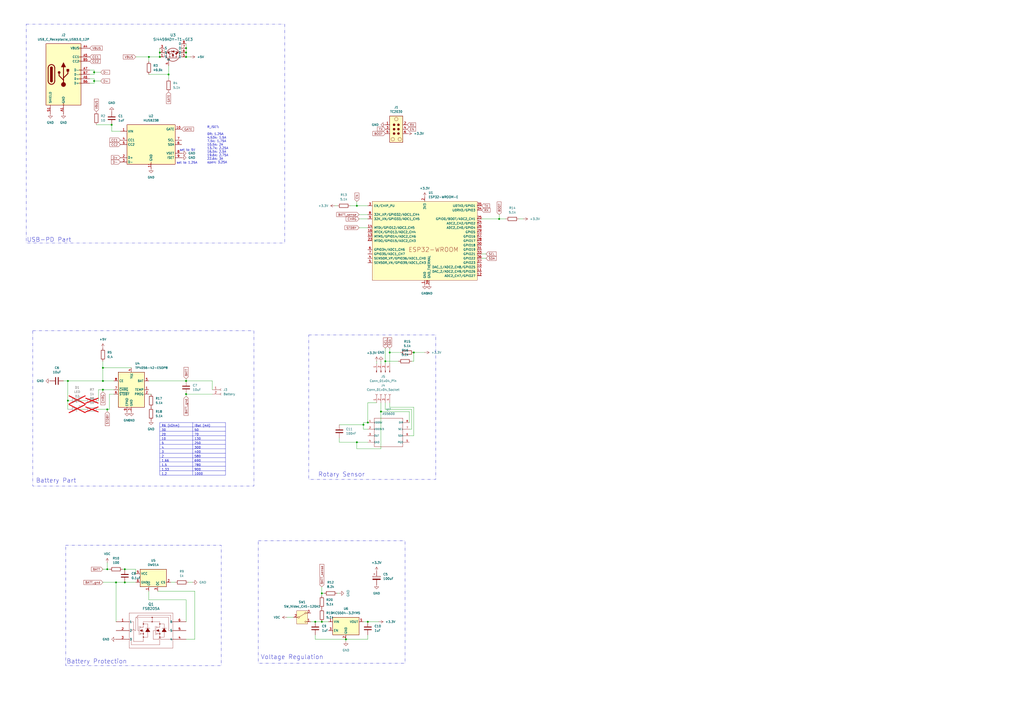
<source format=kicad_sch>
(kicad_sch (version 20250114) (generator "eeschema") (generator_version "9.0")
  (paper "A2")
  (lib_symbols
    (symbol "AS5600:AS5600" (pin_names (offset 1.016))
      (property "Reference" "U" (at -7.62 10.16 0))
      (property "Value" "AS5600" (at -7.62 8.89 0))
      (symbol "AS5600_0_0"
        (pin bidirectional line (at -11.43 6.35 0) (length 2.54) (name "VDD5V") (number "1"))
        (pin bidirectional line (at -11.43 2.54 0) (length 2.54) (name "VDD3V3") (number "2"))
        (pin bidirectional line (at -11.43 -1.27 0) (length 2.54) (name "OUT") (number "3"))
        (pin bidirectional line (at -11.43 -5.08 0) (length 2.54) (name "GND") (number "4"))
        (pin bidirectional line (at 12.7 6.35 180) (length 2.54) (name "DIR") (number "8"))
        (pin bidirectional line (at 12.7 2.54 180) (length 2.54) (name "SCL") (number "7"))
        (pin bidirectional line (at 12.7 -1.27 180) (length 2.54) (name "SDA") (number "6"))
        (pin bidirectional line (at 12.7 -5.08 180) (length 2.54) (name "PGO") (number "5"))
      )
    )
    (symbol "Battery_Management:DW01A"
      (property "Reference" "U" (at -6.604 6.35 0))
      (property "Value" "DW01A" (at 4.318 6.604 0))
      (symbol "DW01A_0_1"
        (pin power_in line (at -10.16 2.54 0) (length 2.54) (name "VCC") (number "5"))
        (pin power_in line (at -10.16 -2.54 0) (length 2.54) (name "GND") (number "6"))
        (pin output line (at -2.54 -7.62 90) (length 2.54) (name "OD") (number "1"))
        (pin output line (at 2.54 -7.62 90) (length 2.54) (name "OC") (number "3"))
        (pin input line (at 10.16 -2.54 180) (length 2.54) (name "CS") (number "2"))
      )
      (symbol "DW01A_1_1"
        (pin no_connect line (at 10.16 2.54 180) (length 2.54) (hide yes) (name "TD") (number "4"))
      )
    )
    (symbol "Battery_Management:TP4056-42-ESOP8"
      (property "Reference" "U" (at -6.604 11.684 0))
      (property "Value" "TP4056-42-ESOP8" (at 10.16 11.684 0))
      (symbol "TP4056-42-ESOP8_1_0"
        (pin input line (at -10.16 5.08 0) (length 2.54) (name "CE") (number "8"))
        (pin open_collector line (at -10.16 0 0) (length 2.54) (name "~{CHRG}") (number "7"))
        (pin open_collector line (at -10.16 -2.54 0) (length 2.54) (name "~{STDBY}") (number "6"))
        (pin passive line (at -2.54 -12.7 90) (length 2.54) (name "EPAD") (number "9"))
        (pin power_in line (at 0 12.7 270) (length 2.54) (name "V_{CC}") (number "4"))
        (pin power_in line (at 0 -12.7 90) (length 2.54) (name "GND") (number "3"))
        (pin power_out line (at 10.16 5.08 180) (length 2.54) (name "BAT") (number "5"))
        (pin input line (at 10.16 0 180) (length 2.54) (name "TEMP") (number "1"))
        (pin passive line (at 10.16 -2.54 180) (length 2.54) (name "PROG") (number "2"))
      )
    )
    (symbol "Connector:Conn_01x02_Socket" (pin_names (offset 1.016) (hide yes))
      (property "Reference" "J" (at 0 2.54 0))
      (property "Value" "Conn_01x02_Socket" (at 0 -5.08 0))
      (symbol "Conn_01x02_Socket_1_1"
        (pin passive line (at -5.08 0 0) (length 3.81) (name "Pin_1") (number "1"))
        (pin passive line (at -5.08 -2.54 0) (length 3.81) (name "Pin_2") (number "2"))
      )
    )
    (symbol "Connector:Conn_01x04_Pin" (pin_names (offset 1.016) (hide yes))
      (property "Reference" "J" (at 0 5.08 0))
      (property "Value" "Conn_01x04_Pin" (at 0 -7.62 0))
      (symbol "Conn_01x04_Pin_1_1"
        (pin passive line (at 5.08 2.54 180) (length 3.81) (name "Pin_1") (number "1"))
        (pin passive line (at 5.08 0 180) (length 3.81) (name "Pin_2") (number "2"))
        (pin passive line (at 5.08 -2.54 180) (length 3.81) (name "Pin_3") (number "3"))
        (pin passive line (at 5.08 -5.08 180) (length 3.81) (name "Pin_4") (number "4"))
      )
    )
    (symbol "Connector:Conn_01x04_Socket" (pin_names (offset 1.016) (hide yes))
      (property "Reference" "J" (at 0 5.08 0))
      (property "Value" "Conn_01x04_Socket" (at 0 -7.62 0))
      (symbol "Conn_01x04_Socket_1_1"
        (pin passive line (at -5.08 2.54 0) (length 3.81) (name "Pin_1") (number "1"))
        (pin passive line (at -5.08 0 0) (length 3.81) (name "Pin_2") (number "2"))
        (pin passive line (at -5.08 -2.54 0) (length 3.81) (name "Pin_3") (number "3"))
        (pin passive line (at -5.08 -5.08 0) (length 3.81) (name "Pin_4") (number "4"))
      )
    )
    (symbol "Connector:TC2030" (in_bom no)
      (property "Reference" "J" (at 1.27 8.89 0))
      (property "Value" "TC2030" (at 1.27 -8.89 0))
      (symbol "TC2030_1_1"
        (pin passive line (at -5.08 2.54 0) (length 2.54) (name "~") (number "1"))
        (pin passive line (at -5.08 0 0) (length 2.54) (name "~") (number "3"))
        (pin passive line (at -5.08 -2.54 0) (length 2.54) (name "~") (number "5"))
        (pin passive line (at 7.62 2.54 180) (length 2.54) (name "~") (number "2"))
        (pin passive line (at 7.62 0 180) (length 2.54) (name "~") (number "4"))
        (pin passive line (at 7.62 -2.54 180) (length 2.54) (name "~") (number "6"))
      )
    )
    (symbol "Connector:USB_C_Receptacle_USB2.0_14P" (pin_names (offset 1.016))
      (property "Reference" "J" (at 0 22.225 0))
      (property "Value" "USB_C_Receptacle_USB2.0_14P" (at 0 19.685 0))
      (symbol "USB_C_Receptacle_USB2.0_14P_1_1"
        (pin passive line (at -7.62 -22.86 90) (length 5.08) (name "SHIELD") (number "S1"))
        (pin passive line (at 0 -22.86 90) (length 5.08) (name "GND") (number "A1"))
        (pin passive line (at 0 -22.86 90) (length 5.08) (hide yes) (name "GND") (number "A12"))
        (pin passive line (at 0 -22.86 90) (length 5.08) (hide yes) (name "GND") (number "B1"))
        (pin passive line (at 0 -22.86 90) (length 5.08) (hide yes) (name "GND") (number "B12"))
        (pin passive line (at 15.24 15.24 180) (length 5.08) (name "VBUS") (number "A4"))
        (pin passive line (at 15.24 15.24 180) (length 5.08) (hide yes) (name "VBUS") (number "A9"))
        (pin passive line (at 15.24 15.24 180) (length 5.08) (hide yes) (name "VBUS") (number "B4"))
        (pin passive line (at 15.24 15.24 180) (length 5.08) (hide yes) (name "VBUS") (number "B9"))
        (pin bidirectional line (at 15.24 10.16 180) (length 5.08) (name "CC1") (number "A5"))
        (pin bidirectional line (at 15.24 7.62 180) (length 5.08) (name "CC2") (number "B5"))
        (pin bidirectional line (at 15.24 2.54 180) (length 5.08) (name "D-") (number "A7"))
        (pin bidirectional line (at 15.24 0 180) (length 5.08) (name "D-") (number "B7"))
        (pin bidirectional line (at 15.24 -2.54 180) (length 5.08) (name "D+") (number "A6"))
        (pin bidirectional line (at 15.24 -5.08 180) (length 5.08) (name "D+") (number "B6"))
      )
    )
    (symbol "Device:C" (pin_numbers (hide yes)) (pin_names (offset 0.254))
      (property "Reference" "C" (at 0.635 2.54 0))
      (property "Value" "C" (at 0.635 -2.54 0))
      (symbol "C_1_1"
        (pin passive line (at 0 3.81 270) (length 2.794) (name "~") (number "1"))
        (pin passive line (at 0 -3.81 90) (length 2.794) (name "~") (number "2"))
      )
    )
    (symbol "Device:LED" (pin_numbers (hide yes)) (pin_names (offset 1.016) (hide yes))
      (property "Reference" "D" (at 0 2.54 0))
      (property "Value" "LED" (at 0 -2.54 0))
      (symbol "LED_1_1"
        (pin passive line (at -3.81 0 0) (length 2.54) (name "K") (number "1"))
        (pin passive line (at 3.81 0 180) (length 2.54) (name "A") (number "2"))
      )
    )
    (symbol "Device:R" (pin_numbers (hide yes)) (pin_names (offset 0))
      (property "Reference" "R" (at 2.032 0 90))
      (property "Value" "R" (at 0 0 90))
      (symbol "R_1_1"
        (pin passive line (at 0 3.81 270) (length 1.27) (name "~") (number "1"))
        (pin passive line (at 0 -3.81 90) (length 1.27) (name "~") (number "2"))
      )
    )
    (symbol "FS8205A:FS8205A" (pin_names (offset 0.254))
      (property "Reference" "Q" (at 20.32 10.16 0))
      (property "Value" "FS8205A" (at 20.32 7.62 0))
      (symbol "FS8205A_0_1"
        (pin unspecified line (at 0 0 0) (length 7.62) (name "1") (number "1"))
        (pin unspecified line (at 0 -5.08 0) (length 7.62) (name "2") (number "2"))
        (pin unspecified line (at 0 -10.16 0) (length 7.62) (name "3") (number "3"))
        (pin unspecified line (at 40.64 0 180) (length 7.62) (name "6") (number "6"))
        (pin unspecified line (at 40.64 -5.08 180) (length 7.62) (name "5") (number "5"))
        (pin unspecified line (at 40.64 -10.16 180) (length 7.62) (name "4") (number "4"))
      )
    )
    (symbol "HUSB238:FT200XD"
      (property "Reference" "U1" (at 4.7341 16.51 0))
      (property "Value" "HUSB238" (at 4.7341 13.97 0))
      (symbol "FT200XD_1_1"
        (pin power_in line (at -17.78 7.62 0) (length 3.81) (name "VIN") (number "1"))
        (pin bidirectional line (at -17.78 2.54 0) (length 3.81) (name "CC1") (number "4"))
        (pin bidirectional line (at -17.78 0 0) (length 3.81) (name "CC2") (number "5"))
        (pin bidirectional line (at -17.78 -7.62 0) (length 3.81) (name "D+") (number "2"))
        (pin bidirectional line (at -17.78 -10.16 0) (length 3.81) (name "D-") (number "3"))
        (pin power_in line (at 0 -13.97 90) (length 3.81) (name "GND") (number "11"))
        (pin output line (at 17.78 8.89 180) (length 3.81) (name "GATE") (number "10"))
        (pin bidirectional line (at 17.78 2.54 180) (length 3.81) (name "SCL") (number "7"))
        (pin bidirectional line (at 17.78 0 180) (length 3.81) (name "SDA") (number "6"))
        (pin input line (at 17.78 -5.08 180) (length 3.81) (name "VSET") (number "8"))
        (pin input line (at 17.78 -7.62 180) (length 3.81) (name "ISET") (number "9"))
      )
    )
    (symbol "PCM_Capacitor_AKL:CP_Axial_L10.0mm_D4.5mm_P15.00mm" (pin_numbers (hide yes)) (pin_names (offset 0.254))
      (property "Reference" "C" (at 0.635 2.54 0))
      (property "Value" "CP_Axial_L10.0mm_D4.5mm_P15.00mm" (at 0.635 -2.54 0))
      (symbol "CP_Axial_L10.0mm_D4.5mm_P15.00mm_1_1"
        (pin passive line (at 0 3.81 270) (length 2.794) (name "~") (number "1"))
        (pin passive line (at 0 -3.81 90) (length 2.794) (name "~") (number "2"))
      )
      (symbol "CP_Axial_L10.0mm_D4.5mm_P15.00mm_1_2"
        (pin passive line (at -2.54 -2.54 90) (length 0) (name "~") (number "2"))
        (pin passive line (at 2.54 2.54 270) (length 0) (name "~") (number "1"))
      )
    )
    (symbol "PCM_Espressif:ESP32-WROOM-E" (pin_names (offset 1.016))
      (property "Reference" "U" (at -30.48 27.94 0))
      (property "Value" "ESP32-WROOM-E" (at -30.48 25.4 0))
      (symbol "ESP32-WROOM-E_1_1"
        (text "ESP32-­WROOM­" (at 5.08 -5.08 0) (effects (font (size 2.54 2.54))))
        (pin input line (at -33.02 20.32 0) (length 2.54) (name "EN/CHIP_PU") (number "3"))
        (pin bidirectional line (at -33.02 15.24 0) (length 2.54) (name "32K_XP/GPIO32/ADC1_CH4") (number "8"))
        (pin bidirectional line (at -33.02 12.7 0) (length 2.54) (name "32K_XN/GPIO33/ADC1_CH5") (number "9"))
        (pin bidirectional line (at -33.02 7.62 0) (length 2.54) (name "MTDI/GPIO12/ADC2_CH5") (number "14"))
        (pin bidirectional line (at -33.02 5.08 0) (length 2.54) (name "MTCK/GPIO13/ADC2_CH4") (number "16"))
        (pin bidirectional line (at -33.02 2.54 0) (length 2.54) (name "MTMS/GPIO14/ADC2_CH6") (number "13"))
        (pin bidirectional line (at -33.02 0 0) (length 2.54) (name "MTDO/GPIO15/ADC2_CH3") (number "23"))
        (pin input line (at -33.02 -5.08 0) (length 2.54) (name "GPIO34/ADC1_CH6") (number "6"))
        (pin input line (at -33.02 -7.62 0) (length 2.54) (name "GPIO35/ADC1_CH7") (number "7"))
        (pin input line (at -33.02 -10.16 0) (length 2.54) (name "SENSOR_VP/GPIO36/ADC1_CH0") (number "4"))
        (pin input line (at -33.02 -12.7 0) (length 2.54) (name "SENSOR_VN/GPIO39/ADC1_CH3") (number "5"))
        (pin power_in line (at 0 25.4 270) (length 2.54) (name "3V3") (number "2"))
        (pin power_in line (at 0 -25.4 90) (length 2.54) (name "GND") (number "1"))
        (pin passive line (at 0 -25.4 90) (length 2.54) (hide yes) (name "GND") (number "15"))
        (pin passive line (at 0 -25.4 90) (length 2.54) (hide yes) (name "GND") (number "38"))
        (pin power_in line (at 2.54 -25.4 90) (length 2.54) (name "GND_THERMAL") (number "39"))
        (pin bidirectional line (at 33.02 20.32 180) (length 2.54) (name "U0TXD/GPIO1") (number "35"))
        (pin bidirectional line (at 33.02 17.78 180) (length 2.54) (name "U0RXD/GPIO3") (number "34"))
        (pin bidirectional line (at 33.02 12.7 180) (length 2.54) (name "GPIO0/BOOT/ADC2_CH1") (number "25"))
        (pin bidirectional line (at 33.02 10.16 180) (length 2.54) (name "ADC2_CH2/GPIO2") (number "24"))
        (pin bidirectional line (at 33.02 7.62 180) (length 2.54) (name "ADC2_CH0/GPIO4") (number "26"))
        (pin bidirectional line (at 33.02 5.08 180) (length 2.54) (name "GPIO5") (number "29"))
        (pin bidirectional line (at 33.02 2.54 180) (length 2.54) (name "GPIO16") (number "27"))
        (pin bidirectional line (at 33.02 0 180) (length 2.54) (name "GPIO17") (number "28"))
        (pin bidirectional line (at 33.02 -2.54 180) (length 2.54) (name "GPIO18") (number "30"))
        (pin bidirectional line (at 33.02 -5.08 180) (length 2.54) (name "GPIO19") (number "31"))
        (pin bidirectional line (at 33.02 -7.62 180) (length 2.54) (name "GPIO21") (number "33"))
        (pin bidirectional line (at 33.02 -10.16 180) (length 2.54) (name "GPIO22") (number "36"))
        (pin bidirectional line (at 33.02 -12.7 180) (length 2.54) (name "GPIO23") (number "37"))
        (pin bidirectional line (at 33.02 -15.24 180) (length 2.54) (name "DAC_1/ADC2_CH8/GPIO25") (number "10"))
        (pin bidirectional line (at 33.02 -17.78 180) (length 2.54) (name "DAC_2/ADC2_CH9/GPIO26") (number "11"))
        (pin bidirectional line (at 33.02 -20.32 180) (length 2.54) (name "ADC2_CH7/GPIO27") (number "12"))
      )
    )
    (symbol "Regulator_Linear:MIC5504-3.3YM5"
      (property "Reference" "U" (at -7.62 8.89 0))
      (property "Value" "MIC5504-3.3YM5" (at -7.62 6.35 0))
      (symbol "MIC5504-3.3YM5_1_1"
        (pin power_in line (at -10.16 2.54 0) (length 2.54) (name "VIN") (number "1"))
        (pin input line (at -10.16 -2.54 0) (length 2.54) (name "EN") (number "3"))
        (pin power_in line (at 0 -7.62 90) (length 2.54) (name "GND") (number "2"))
        (pin no_connect line (at 7.62 -2.54 180) (length 2.54) (hide yes) (name "NC") (number "4"))
        (pin power_out line (at 10.16 2.54 180) (length 2.54) (name "VOUT") (number "5"))
      )
    )
    (symbol "SI4459ADY:SI4459ADY-T1-GE3" (pin_names (offset 0.254))
      (property "Reference" "U2" (at 17.78 -2.54 90))
      (property "Value" "SI4459ADY-T1-GE3" (at 15.24 -2.54 90))
      (symbol "SI4459ADY-T1-GE3_0_1"
        (pin input line (at 0 0 0) (length 2.54) (name "G") (number "4"))
        (pin unspecified line (at 5.08 5.08 270) (length 2.54) (name "S") (number "1"))
        (pin unspecified line (at 5.08 -10.16 90) (length 2.54) (name "D") (number "5"))
        (pin unspecified line (at 7.62 -10.16 90) (length 2.54) (name "D") (number "6"))
        (pin unspecified line (at 10.16 5.08 270) (length 2.54) (name "S") (number "3"))
        (pin unspecified line (at 10.16 -10.16 90) (length 2.54) (name "D") (number "7"))
        (pin unspecified line (at 12.7 -10.16 90) (length 2.54) (name "D") (number "8"))
      )
      (symbol "SI4459ADY-T1-GE3_1_1"
        (pin unspecified line (at 7.62 5.08 270) (length 2.54) (name "S") (number "2"))
      )
    )
    (symbol "Switch:SW_Nidec_CAS-120A1" (pin_names (offset 1) (hide yes))
      (property "Reference" "SW" (at 0 4.318 0))
      (property "Value" "SW_Nidec_CAS-120A1" (at 0 -5.08 0))
      (symbol "SW_Nidec_CAS-120A1_1_1"
        (pin passive line (at -5.08 0 0) (length 2.54) (name "B") (number "2"))
        (pin passive line (at 5.08 2.54 180) (length 2.54) (name "A") (number "3"))
        (pin passive line (at 5.08 -2.54 180) (length 2.54) (name "C") (number "1"))
      )
    )
    (symbol "power:+3.3V" (power) (pin_numbers (hide yes)) (pin_names (offset 0) (hide yes))
      (property "Value" "+3.3V" (at 0 3.556 0))
      (symbol "+3.3V_1_1"
        (pin power_in line (at 0 0 90) (length 0) (name "~") (number "1"))
      )
    )
    (symbol "power:+5V" (power) (pin_numbers (hide yes)) (pin_names (offset 0) (hide yes))
      (property "Value" "+5V" (at 0 3.556 0))
      (symbol "+5V_1_1"
        (pin power_in line (at 0 0 90) (length 0) (name "~") (number "1"))
      )
    )
    (symbol "power:GND" (power) (pin_numbers (hide yes)) (pin_names (offset 0) (hide yes))
      (property "Value" "GND" (at 0 -3.81 0))
      (symbol "GND_1_1"
        (pin power_in line (at 0 0 270) (length 0) (name "~") (number "1"))
      )
    )
    (symbol "power:VDC" (power) (pin_numbers (hide yes)) (pin_names (offset 0) (hide yes))
      (property "Value" "VDC" (at 0 3.556 0))
      (symbol "VDC_1_1"
        (pin power_in line (at 0 0 90) (length 0) (name "~") (number "1"))
      )
    )
  )
  (rectangle (start 38.1 316.23) (end 128.27 386.08) (stroke (width 0) (type dash_dot_dot)))
  (rectangle (start 15.24 13.97) (end 165.1 140.97) (stroke (width 0) (type dash_dot_dot)))
  (rectangle (start 179.07 194.31) (end 252.73 278.13) (stroke (width 0) (type dash_dot_dot)))
  (rectangle (start 149.86 313.69) (end 234.95 384.81) (stroke (width 0) (type dash_dot_dot)))
  (rectangle (start 19.05 191.77) (end 147.32 281.94) (stroke (width 0) (type dash_dot_dot)))
  (text "Rotary Sensor" (at 198.12 275.336 0) (effects (font (size 2.54 2.54))))
  (text "Voltage Regulation" (at 169.418 381.254 0) (effects (font (size 2.54 2.54))))
  (text "set to 1,25A" (at 108.458 94.488 0) (effects (font (size 1.27 1.27))))
  (text "R_ISET:\n\n0R: 1.25A\n4.53k: 1.5A\n7.5k: 1.75A\n10.5k: 2A\n13.7k: 2.25A\n16.5k: 2.5A\n19.6k: 2.75A\n22.6k: 3A\nopen: 3.25A" (at 120.142 84.074 0) (effects (font (size 1.27 1.27)) (justify left)))
  (text "set to 5V" (at 108.712 87.122 0) (effects (font (size 1.27 1.27))))
  (text "USB-PD Part" (at 28.448 139.192 0) (effects (font (size 2.54 2.54))))
  (text "Battery Part" (at 32.512 278.892 0) (effects (font (size 2.54 2.54))))
  (text "Battery Protection" (at 56.134 383.794 0) (effects (font (size 2.54 2.54))))
  (junction (at 223.52 209.55))
  (junction (at 59.69 226.06))
  (junction (at 107.95 30.48))
  (junction (at 59.69 220.98))
  (junction (at 62.23 237.49))
  (junction (at 92.71 33.02))
  (junction (at 107.95 27.94))
  (junction (at 213.36 360.68))
  (junction (at 59.69 213.36))
  (junction (at 182.88 360.68))
  (junction (at 39.37 232.41))
  (junction (at 62.23 330.2))
  (junction (at 213.36 245.11))
  (junction (at 107.95 33.02))
  (junction (at 72.39 330.2))
  (junction (at 72.39 337.82))
  (junction (at 54.61 41.91))
  (junction (at 186.69 360.68))
  (junction (at 240.03 204.47))
  (junction (at 289.56 127))
  (junction (at 207.01 119.38))
  (junction (at 220.98 238.76))
  (junction (at 86.36 33.02))
  (junction (at 210.82 246.38))
  (junction (at 207.01 256.54))
  (junction (at 107.95 220.98))
  (junction (at 107.95 228.6))
  (junction (at 39.37 220.98))
  (junction (at 92.71 30.48))
  (junction (at 186.69 344.17))
  (junction (at 226.06 204.47))
  (junction (at 97.79 43.18))
  (junction (at 67.31 337.82))
  (junction (at 54.61 46.99))
  (junction (at 200.66 370.84))
  (junction (at 64.77 72.39))
  (wire (pts (xy 213.36 368.3) (xy 213.36 370.84)))
  (wire (pts (xy 182.88 370.84) (xy 182.88 368.3)))
  (wire (pts (xy 107.95 33.02) (xy 110.49 33.02)))
  (wire (pts (xy 237.49 238.76) (xy 220.98 238.76)))
  (wire (pts (xy 186.69 360.68) (xy 190.5 360.68)))
  (wire (pts (xy 207.01 256.54) (xy 196.85 256.54)))
  (wire (pts (xy 200.66 370.84) (xy 213.36 370.84)))
  (wire (pts (xy 57.15 232.41) (xy 57.15 226.06)))
  (wire (pts (xy 59.69 213.36) (xy 59.69 220.98)))
  (wire (pts (xy 46.99 232.41) (xy 49.53 232.41)))
  (wire (pts (xy 240.03 209.55) (xy 238.76 209.55)))
  (wire (pts (xy 52.07 40.64) (xy 54.61 40.64)))
  (wire (pts (xy 207.01 256.54) (xy 207.01 260.35)))
  (wire (pts (xy 238.76 248.92) (xy 238.76 237.49)))
  (wire (pts (xy 210.82 248.92) (xy 213.36 248.92)))
  (wire (pts (xy 203.2 119.38) (xy 207.01 119.38)))
  (wire (pts (xy 107.95 229.87) (xy 107.95 228.6)))
  (wire (pts (xy 207.01 116.84) (xy 207.01 119.38)))
  (wire (pts (xy 187.96 344.17) (xy 186.69 344.17)))
  (wire (pts (xy 54.61 48.26) (xy 52.07 48.26)))
  (wire (pts (xy 54.61 43.18) (xy 52.07 43.18)))
  (wire (pts (xy 107.95 220.98) (xy 123.19 220.98)))
  (wire (pts (xy 113.03 342.9) (xy 91.44 342.9)))
  (wire (pts (xy 200.66 370.84) (xy 182.88 370.84)))
  (wire (pts (xy 87.63 228.6) (xy 86.36 228.6)))
  (wire (pts (xy 238.76 237.49) (xy 223.52 237.49)))
  (wire (pts (xy 213.36 360.68) (xy 210.82 360.68)))
  (wire (pts (xy 59.69 209.55) (xy 59.69 213.36)))
  (wire (pts (xy 63.5 237.49) (xy 62.23 237.49)))
  (wire (pts (xy 186.69 345.44) (xy 186.69 344.17)))
  (wire (pts (xy 107.95 30.48) (xy 107.95 33.02)))
  (wire (pts (xy 220.98 209.55) (xy 220.98 210.82)))
  (wire (pts (xy 39.37 220.98) (xy 59.69 220.98)))
  (wire (pts (xy 195.58 344.17) (xy 196.85 344.17)))
  (wire (pts (xy 97.79 43.18) (xy 97.79 45.72)))
  (wire (pts (xy 208.28 132.08) (xy 213.36 132.08)))
  (wire (pts (xy 55.88 72.39) (xy 64.77 72.39)))
  (wire (pts (xy 208.28 127) (xy 213.36 127)))
  (wire (pts (xy 71.12 330.2) (xy 72.39 330.2)))
  (wire (pts (xy 54.61 46.99) (xy 58.42 46.99)))
  (wire (pts (xy 208.28 124.46) (xy 213.36 124.46)))
  (wire (pts (xy 240.03 236.22) (xy 240.03 252.73)))
  (wire (pts (xy 220.98 260.35) (xy 220.98 238.76)))
  (wire (pts (xy 57.15 226.06) (xy 59.69 226.06)))
  (wire (pts (xy 220.98 238.76) (xy 220.98 233.68)))
  (wire (pts (xy 210.82 246.38) (xy 210.82 248.92)))
  (wire (pts (xy 59.69 213.36) (xy 76.2 213.36)))
  (wire (pts (xy 92.71 27.94) (xy 92.71 30.48)))
  (wire (pts (xy 223.52 237.49) (xy 223.52 233.68)))
  (wire (pts (xy 207.01 119.38) (xy 213.36 119.38)))
  (wire (pts (xy 92.71 30.48) (xy 92.71 33.02)))
  (wire (pts (xy 180.34 360.68) (xy 182.88 360.68)))
  (wire (pts (xy 281.94 147.32) (xy 279.4 147.32)))
  (wire (pts (xy 213.36 245.11) (xy 213.36 233.68)))
  (wire (pts (xy 194.31 119.38) (xy 195.58 119.38)))
  (wire (pts (xy 72.39 330.2) (xy 78.74 330.2)))
  (wire (pts (xy 46.99 237.49) (xy 49.53 237.49)))
  (wire (pts (xy 123.19 220.98) (xy 123.19 226.06)))
  (wire (pts (xy 54.61 46.99) (xy 54.61 48.26)))
  (wire (pts (xy 59.69 227.33) (xy 59.69 226.06)))
  (wire (pts (xy 54.61 41.91) (xy 58.42 41.91)))
  (wire (pts (xy 52.07 45.72) (xy 54.61 45.72)))
  (wire (pts (xy 237.49 245.11) (xy 237.49 238.76)))
  (wire (pts (xy 226.06 201.93) (xy 226.06 204.47)))
  (wire (pts (xy 86.36 33.02) (xy 92.71 33.02)))
  (wire (pts (xy 78.74 332.74) (xy 78.74 330.2)))
  (wire (pts (xy 107.95 370.84) (xy 113.03 370.84)))
  (wire (pts (xy 237.49 248.92) (xy 238.76 248.92)))
  (wire (pts (xy 186.69 340.36) (xy 186.69 344.17)))
  (wire (pts (xy 166.37 358.14) (xy 170.18 358.14)))
  (wire (pts (xy 246.38 204.47) (xy 240.03 204.47)))
  (wire (pts (xy 226.06 204.47) (xy 226.06 210.82)))
  (wire (pts (xy 54.61 41.91) (xy 54.61 43.18)))
  (wire (pts (xy 62.23 326.39) (xy 62.23 330.2)))
  (wire (pts (xy 226.06 236.22) (xy 226.06 233.68)))
  (wire (pts (xy 101.6 337.82) (xy 99.06 337.82)))
  (wire (pts (xy 59.69 220.98) (xy 66.04 220.98)))
  (wire (pts (xy 107.95 27.94) (xy 107.95 30.48)))
  (wire (pts (xy 86.36 43.18) (xy 97.79 43.18)))
  (wire (pts (xy 86.36 33.02) (xy 86.36 35.56)))
  (wire (pts (xy 86.36 347.98) (xy 86.36 342.9)))
  (wire (pts (xy 36.83 220.98) (xy 39.37 220.98)))
  (wire (pts (xy 200.66 372.11) (xy 200.66 370.84)))
  (wire (pts (xy 62.23 330.2) (xy 63.5 330.2)))
  (wire (pts (xy 113.03 370.84) (xy 113.03 342.9)))
  (wire (pts (xy 196.85 246.38) (xy 210.82 246.38)))
  (wire (pts (xy 78.74 33.02) (xy 86.36 33.02)))
  (wire (pts (xy 293.37 127) (xy 289.56 127)))
  (wire (pts (xy 303.53 127) (xy 300.99 127)))
  (wire (pts (xy 107.95 25.4) (xy 107.95 27.94)))
  (wire (pts (xy 62.23 237.49) (xy 57.15 237.49)))
  (wire (pts (xy 97.79 38.1) (xy 97.79 43.18)))
  (wire (pts (xy 289.56 124.46) (xy 289.56 127)))
  (wire (pts (xy 62.23 238.76) (xy 62.23 237.49)))
  (wire (pts (xy 86.36 220.98) (xy 107.95 220.98)))
  (wire (pts (xy 182.88 360.68) (xy 186.69 360.68)))
  (wire (pts (xy 72.39 337.82) (xy 78.74 337.82)))
  (wire (pts (xy 59.69 330.2) (xy 62.23 330.2)))
  (wire (pts (xy 219.71 360.68) (xy 213.36 360.68)))
  (wire (pts (xy 107.95 347.98) (xy 86.36 347.98)))
  (wire (pts (xy 107.95 219.71) (xy 107.95 220.98)))
  (wire (pts (xy 107.95 228.6) (xy 123.19 228.6)))
  (wire (pts (xy 213.36 256.54) (xy 207.01 256.54)))
  (wire (pts (xy 69.85 76.2) (xy 64.77 76.2)))
  (wire (pts (xy 63.5 228.6) (xy 63.5 237.49)))
  (wire (pts (xy 240.03 236.22) (xy 226.06 236.22)))
  (wire (pts (xy 66.04 228.6) (xy 63.5 228.6)))
  (wire (pts (xy 223.52 201.93) (xy 223.52 209.55)))
  (wire (pts (xy 111.76 337.82) (xy 109.22 337.82)))
  (wire (pts (xy 210.82 245.11) (xy 210.82 246.38)))
  (wire (pts (xy 39.37 232.41) (xy 39.37 237.49)))
  (wire (pts (xy 54.61 45.72) (xy 54.61 46.99)))
  (wire (pts (xy 281.94 149.86) (xy 279.4 149.86)))
  (wire (pts (xy 237.49 252.73) (xy 240.03 252.73)))
  (wire (pts (xy 210.82 245.11) (xy 213.36 245.11)))
  (wire (pts (xy 64.77 76.2) (xy 64.77 72.39)))
  (wire (pts (xy 107.95 360.68) (xy 107.95 347.98)))
  (wire (pts (xy 231.14 209.55) (xy 223.52 209.55)))
  (wire (pts (xy 240.03 204.47) (xy 240.03 209.55)))
  (wire (pts (xy 218.44 209.55) (xy 218.44 210.82)))
  (wire (pts (xy 67.31 360.68) (xy 67.31 337.82)))
  (wire (pts (xy 59.69 226.06) (xy 66.04 226.06)))
  (wire (pts (xy 213.36 233.68) (xy 218.44 233.68)))
  (wire (pts (xy 196.85 254) (xy 196.85 256.54)))
  (wire (pts (xy 54.61 40.64) (xy 54.61 41.91)))
  (wire (pts (xy 39.37 220.98) (xy 39.37 232.41)))
  (wire (pts (xy 207.01 260.35) (xy 220.98 260.35)))
  (wire (pts (xy 289.56 127) (xy 279.4 127)))
  (wire (pts (xy 223.52 209.55) (xy 223.52 210.82)))
  (wire (pts (xy 232.41 204.47) (xy 226.06 204.47)))
  (wire (pts (xy 72.39 337.82) (xy 67.31 337.82)))
  (wire (pts (xy 59.69 337.82) (xy 67.31 337.82)))
  (table (column_count 2) (border (external yes) (header yes)) (separators (rows yes) (cols yes)) (column_widths 19.05 19.05) (row_heights 2.54 2.54 2.54 2.54 2.54 2.54 2.54 2.54 2.54 2.54 2.54 2.54) (cells (table_cell "R6 (kOhm)" (at 92.71 245.11 0) (size 19.05 2.54) (margins 0.9525 0.9525 0.9525 0.9525) (span 1 1)) (table_cell "IBat (mA)" (at 111.76 245.11 0) (size 19.05 2.54) (margins 0.9525 0.9525 0.9525 0.9525) (span 1 1)) (table_cell "30" (at 92.71 247.65 0) (size 19.05 2.54) (margins 0.9525 0.9525 0.9525 0.9525) (span 1 1)) (table_cell "50" (at 111.76 247.65 0) (size 19.05 2.54) (margins 0.9525 0.9525 0.9525 0.9525) (span 1 1)) (table_cell "20" (at 92.71 250.19 0) (size 19.05 2.54) (margins 0.9525 0.9525 0.9525 0.9525) (span 1 1)) (table_cell "70" (at 111.76 250.19 0) (size 19.05 2.54) (margins 0.9525 0.9525 0.9525 0.9525) (span 1 1)) (table_cell "10" (at 92.71 252.73 0) (size 19.05 2.54) (margins 0.9525 0.9525 0.9525 0.9525) (span 1 1)) (table_cell "130" (at 111.76 252.73 0) (size 19.05 2.54) (margins 0.9525 0.9525 0.9525 0.9525) (span 1 1)) (table_cell "5" (at 92.71 255.27 0) (size 19.05 2.54) (margins 0.9525 0.9525 0.9525 0.9525) (span 1 1)) (table_cell "250" (at 111.76 255.27 0) (size 19.05 2.54) (margins 0.9525 0.9525 0.9525 0.9525) (span 1 1)) (table_cell "4" (at 92.71 257.81 0) (size 19.05 2.54) (margins 0.9525 0.9525 0.9525 0.9525) (span 1 1)) (table_cell "300" (at 111.76 257.81 0) (size 19.05 2.54) (margins 0.9525 0.9525 0.9525 0.9525) (span 1 1)) (table_cell "3" (at 92.71 260.35 0) (size 19.05 2.54) (margins 0.9525 0.9525 0.9525 0.9525) (span 1 1)) (table_cell "400" (at 111.76 260.35 0) (size 19.05 2.54) (margins 0.9525 0.9525 0.9525 0.9525) (span 1 1)) (table_cell "2" (at 92.71 262.89 0) (size 19.05 2.54) (margins 0.9525 0.9525 0.9525 0.9525) (span 1 1)) (table_cell "580" (at 111.76 262.89 0) (size 19.05 2.54) (margins 0.9525 0.9525 0.9525 0.9525) (span 1 1)) (table_cell "1,66" (at 92.71 265.43 0) (size 19.05 2.54) (margins 0.9525 0.9525 0.9525 0.9525) (span 1 1)) (table_cell "690" (at 111.76 265.43 0) (size 19.05 2.54) (margins 0.9525 0.9525 0.9525 0.9525) (span 1 1)) (table_cell "1,5" (at 92.71 267.97 0) (size 19.05 2.54) (margins 0.9525 0.9525 0.9525 0.9525) (span 1 1)) (table_cell "780" (at 111.76 267.97 0) (size 19.05 2.54) (margins 0.9525 0.9525 0.9525 0.9525) (span 1 1)) (table_cell "1,33" (at 92.71 270.51 0) (size 19.05 2.54) (margins 0.9525 0.9525 0.9525 0.9525) (span 1 1)) (table_cell "900" (at 111.76 270.51 0) (size 19.05 2.54) (margins 0.9525 0.9525 0.9525 0.9525) (span 1 1)) (table_cell "1,2" (at 92.71 273.05 0) (size 19.05 2.54) (margins 0.9525 0.9525 0.9525 0.9525) (span 1 1)) (table_cell "1000" (at 111.76 273.05 0) (size 19.05 2.54) (margins 0.9525 0.9525 0.9525 0.9525) (span 1 1))))
  (global_label "CC2" (shape input) (at 69.85 83.82 180) (property "Intersheetrefs" "${INTERSHEET_REFS}" (effects (hide yes))))
  (global_label "BATT_sense" (shape input) (at 208.28 124.46 180) (property "Intersheetrefs" "${INTERSHEET_REFS}" (effects (hide yes))))
  (global_label "TX" (shape input) (at 223.52 74.93 180) (property "Intersheetrefs" "${INTERSHEET_REFS}" (effects (hide yes))))
  (global_label "VBUS" (shape input) (at 52.07 27.94 0) (property "Intersheetrefs" "${INTERSHEET_REFS}" (effects (hide yes))))
  (global_label "SDA" (shape input) (at 226.06 201.93 90) (property "Intersheetrefs" "${INTERSHEET_REFS}" (effects (hide yes))))
  (global_label "SCL" (shape input) (at 223.52 201.93 90) (property "Intersheetrefs" "${INTERSHEET_REFS}" (effects (hide yes))))
  (global_label "D+" (shape input) (at 69.85 91.44 180) (property "Intersheetrefs" "${INTERSHEET_REFS}" (effects (hide yes))))
  (global_label "EN" (shape input) (at 207.01 116.84 90) (property "Intersheetrefs" "${INTERSHEET_REFS}" (effects (hide yes))))
  (global_label "BATT" (shape input) (at 59.69 330.2 180) (property "Intersheetrefs" "${INTERSHEET_REFS}" (effects (hide yes))))
  (global_label "BATT" (shape input) (at 107.95 219.71 90) (property "Intersheetrefs" "${INTERSHEET_REFS}" (effects (hide yes))))
  (global_label "STDBY" (shape input) (at 208.28 132.08 180) (property "Intersheetrefs" "${INTERSHEET_REFS}" (effects (hide yes))))
  (global_label "GATE" (shape input) (at 105.41 74.93 0) (property "Intersheetrefs" "${INTERSHEET_REFS}" (effects (hide yes))))
  (global_label "SDA" (shape input) (at 281.94 149.86 0) (property "Intersheetrefs" "${INTERSHEET_REFS}" (effects (hide yes))))
  (global_label "EN" (shape input) (at 236.22 74.93 0) (property "Intersheetrefs" "${INTERSHEET_REFS}" (effects (hide yes))))
  (global_label "BOOT" (shape input) (at 289.56 124.46 90) (property "Intersheetrefs" "${INTERSHEET_REFS}" (effects (hide yes))))
  (global_label "SCL" (shape input) (at 281.94 147.32 0) (property "Intersheetrefs" "${INTERSHEET_REFS}" (effects (hide yes))))
  (global_label "TX" (shape input) (at 279.4 119.38 0) (property "Intersheetrefs" "${INTERSHEET_REFS}" (effects (hide yes))))
  (global_label "BATT_gnd" (shape input) (at 59.69 337.82 180) (property "Intersheetrefs" "${INTERSHEET_REFS}" (effects (hide yes))))
  (global_label "VBUS" (shape input) (at 78.74 33.02 180) (property "Intersheetrefs" "${INTERSHEET_REFS}" (effects (hide yes))))
  (global_label "D-" (shape input) (at 69.85 93.98 180) (property "Intersheetrefs" "${INTERSHEET_REFS}" (effects (hide yes))))
  (global_label "BATT_sense" (shape input) (at 186.69 340.36 90) (property "Intersheetrefs" "${INTERSHEET_REFS}" (effects (hide yes))))
  (global_label "CHRG" (shape input) (at 59.69 227.33 270) (property "Intersheetrefs" "${INTERSHEET_REFS}" (effects (hide yes))))
  (global_label "BATT_gnd" (shape input) (at 107.95 229.87 270) (property "Intersheetrefs" "${INTERSHEET_REFS}" (effects (hide yes))))
  (global_label "GATE" (shape input) (at 97.79 53.34 270) (property "Intersheetrefs" "${INTERSHEET_REFS}" (effects (hide yes))))
  (global_label "RX" (shape input) (at 279.4 121.92 0) (property "Intersheetrefs" "${INTERSHEET_REFS}" (effects (hide yes))))
  (global_label "RX" (shape input) (at 236.22 72.39 0) (property "Intersheetrefs" "${INTERSHEET_REFS}" (effects (hide yes))))
  (global_label "CC1" (shape input) (at 69.85 81.28 180) (property "Intersheetrefs" "${INTERSHEET_REFS}" (effects (hide yes))))
  (global_label "STDBY" (shape input) (at 62.23 238.76 270) (property "Intersheetrefs" "${INTERSHEET_REFS}" (effects (hide yes))))
  (global_label "BOOT" (shape input) (at 223.52 77.47 180) (property "Intersheetrefs" "${INTERSHEET_REFS}" (effects (hide yes))))
  (global_label "CC1" (shape input) (at 52.07 33.02 0) (property "Intersheetrefs" "${INTERSHEET_REFS}" (effects (hide yes))))
  (global_label "D+" (shape input) (at 58.42 46.99 0) (property "Intersheetrefs" "${INTERSHEET_REFS}" (effects (hide yes))))
  (global_label "VBUS" (shape input) (at 55.88 64.77 90) (property "Intersheetrefs" "${INTERSHEET_REFS}" (effects (hide yes))))
  (global_label "D-" (shape input) (at 58.42 41.91 0) (property "Intersheetrefs" "${INTERSHEET_REFS}" (effects (hide yes))))
  (global_label "CHRG" (shape input) (at 208.28 127 180) (property "Intersheetrefs" "${INTERSHEET_REFS}" (effects (hide yes))))
  (global_label "CC2" (shape input) (at 52.07 35.56 0) (property "Intersheetrefs" "${INTERSHEET_REFS}" (effects (hide yes))))
  (symbol (lib_id "power:GND") (at 111.76 337.82 90) (unit 1)
    (property "Reference" "#PWR021" (effects (hide yes)))
    (property "Value" "GND" (at 115.57 337.8199 90) (effects (justify right)))
    (property "Description" "Power symbol creates a global label with name \"GND\" , ground" (effects (hide yes)))
  )
  (symbol (lib_id "Connector:TC2030") (at 228.6 74.93 0) (unit 1) (in_bom no)
    (property "Reference" "J1" (at 229.87 62.23 0))
    (property "Value" "TC2030" (at 229.87 64.77 0))
    (property "Footprint" "Connector:Tag-Connect_TC2030-IDC-NL_2x03_P1.27mm_Vertical" (effects (hide yes)))
    (property "Datasheet" "https://www.tag-connect.com/wp-content/uploads/bsk-pdf-manager/2019/12/TC2030-IDC-NL-Datasheet-Rev-B.pdf" (effects (hide yes)))
    (property "Description" "Tag-Connect’s 6-pins connector" (effects (hide yes)))
  )
  (symbol (lib_id "Connector:Conn_01x04_Socket") (at 220.98 228.6 90) (unit 1)
    (property "Reference" "J4" (at 222.25 223.52 90))
    (property "Value" "Conn_01x04_Socket" (at 222.25 226.06 90))
    (property "Footprint" "Connector_JST:JST_PH_S4B-PH-SM4-TB_1x04-1MP_P2.00mm_Horizontal" (effects (hide yes)))
    (property "Description" "Generic connector, single row, 01x04, script generated" (effects (hide yes)))
  )
  (symbol (lib_id "Device:R") (at 97.79 49.53 0) (unit 1)
    (property "Reference" "R4" (at 100.33 48.2599 0) (effects (justify left)))
    (property "Value" "5.1k" (at 100.33 50.7999 0) (effects (justify left)))
    (property "Footprint" "Resistor_SMD:R_0402_1005Metric" (effects (hide yes)))
    (property "Description" "Resistor" (effects (hide yes)))
    (property "LCSC" "C274341" (effects (hide yes)))
  )
  (symbol (lib_id "Device:R") (at 86.36 39.37 0) (unit 1)
    (property "Reference" "R3" (at 88.9 38.0999 0) (effects (justify left)))
    (property "Value" "49.9k" (at 88.9 40.6399 0) (effects (justify left)))
    (property "Footprint" "Resistor_SMD:R_0402_1005Metric" (effects (hide yes)))
    (property "Description" "Resistor" (effects (hide yes)))
    (property "LCSC" "C138136" (effects (hide yes)))
  )
  (symbol (lib_id "Device:C") (at 72.39 334.01 180) (unit 1)
    (property "Reference" "C8" (at 76.2 332.7399 0) (effects (justify right)))
    (property "Value" "0.1uF" (at 76.2 335.2799 0) (effects (justify right)))
    (property "Footprint" "Capacitor_SMD:C_0603_1608Metric" (effects (hide yes)))
    (property "Description" "Unpolarized capacitor" (effects (hide yes)))
    (property "LCSC" "C3011705" (effects (hide yes)))
  )
  (symbol (lib_id "Battery_Management:TP4056-42-ESOP8") (at 76.2 226.06 0) (unit 1)
    (property "Reference" "U4" (at 78.3433 210.82 0) (effects (justify left)))
    (property "Value" "TP4056-42-ESOP8" (at 78.3433 213.36 0) (effects (justify left)))
    (property "Footprint" "Package_SO:SOIC-8-1EP_3.9x4.9mm_P1.27mm_EP2.41x3.3mm_ThermalVias" (effects (hide yes)))
    (property "Datasheet" "https://www.lcsc.com/datasheet/lcsc_datasheet_2410121619_TOPPOWER-Nanjing-Extension-Microelectronics-TP4056-42-ESOP8_C16581.pdf" (effects (hide yes)))
    (property "Description" "1A Standalone Linear Li-ion/LiPo single-cell battery charger, 4.2V ±1% charge voltage, VCC = 4.0..8.0V, SOIC-8 (SOP-8)" (effects (hide yes)))
    (property "LCSC" "C16581" (effects (hide yes)))
  )
  (symbol (lib_id "power:+3.3V") (at 194.31 119.38 90) (unit 1)
    (property "Reference" "#PWR026" (effects (hide yes)))
    (property "Value" "+3.3V" (at 190.5 119.3799 90) (effects (justify left)))
    (property "Description" "Power symbol creates a global label with name \"+3.3V\"" (effects (hide yes)))
  )
  (symbol (lib_id "Device:R") (at 87.63 240.03 0) (unit 1)
    (property "Reference" "R18" (at 90.17 238.7599 0) (effects (justify left)))
    (property "Value" "5.1k" (at 90.17 241.2999 0) (effects (justify left)))
    (property "Footprint" "Resistor_SMD:R_0402_1005Metric" (effects (hide yes)))
    (property "Description" "Resistor" (effects (hide yes)))
    (property "LCSC" "C274341" (effects (hide yes)))
  )
  (symbol (lib_id "Device:R") (at 67.31 330.2 270) (unit 1)
    (property "Reference" "R10" (at 67.31 323.85 90))
    (property "Value" "100" (at 67.31 326.39 90))
    (property "Footprint" "Resistor_SMD:R_0402_1005Metric" (effects (hide yes)))
    (property "Description" "Resistor" (effects (hide yes)))
    (property "LCSC" "C106232" (effects (hide yes)))
  )
  (symbol (lib_id "power:GND") (at 200.66 372.11 0) (unit 1)
    (property "Reference" "#PWR022" (effects (hide yes)))
    (property "Value" "GND" (at 200.66 377.19 0))
    (property "Description" "Power symbol creates a global label with name \"GND\" , ground" (effects (hide yes)))
  )
  (symbol (lib_id "Device:R") (at 234.95 209.55 90) (unit 1)
    (property "Reference" "R16" (at 234.95 203.2 90))
    (property "Value" "5.1k" (at 234.95 205.74 90))
    (property "Footprint" "Resistor_SMD:R_0402_1005Metric" (effects (hide yes)))
    (property "Description" "Resistor" (effects (hide yes)))
    (property "LCSC" "C274341" (effects (hide yes)))
  )
  (symbol (lib_id "Connector:USB_C_Receptacle_USB2.0_14P") (at 36.83 43.18 0) (unit 1)
    (property "Reference" "J2" (at 36.83 20.32 0))
    (property "Value" "USB_C_Receptacle_USB3.0_12P" (at 36.83 22.86 0))
    (property "Footprint" "Connector_USB:USB_C_Receptacle_GCT_USB4110" (effects (hide yes)))
    (property "Datasheet" "https://www.usb.org/sites/default/files/documents/usb_type-c.zip" (effects (hide yes)))
    (property "Description" "USB 2.0-only 14P Type-C Receptacle connector" (effects (hide yes)))
    (property "LCSC" "C136423" (effects (hide yes)))
  )
  (symbol (lib_id "power:+3.3V") (at 303.53 127 270) (unit 1)
    (property "Reference" "#PWR027" (effects (hide yes)))
    (property "Value" "+3.3V" (at 307.34 126.9999 90) (effects (justify left)))
    (property "Description" "Power symbol creates a global label with name \"+3.3V\"" (effects (hide yes)))
  )
  (symbol (lib_id "power:GND") (at 87.63 243.84 0) (unit 1)
    (property "Reference" "#PWR019" (effects (hide yes)))
    (property "Value" "GND" (at 87.63 248.92 0))
    (property "Description" "Power symbol creates a global label with name \"GND\" , ground" (effects (hide yes)))
  )
  (symbol (lib_id "SI4459ADY:SI4459ADY-T1-GE3") (at 97.79 38.1 90) (unit 1)
    (property "Reference" "U3" (at 100.33 20.32 90) (effects (font (size 1.524 1.524))))
    (property "Value" "SI4459ADY-T1-GE3" (at 100.33 22.86 90) (effects (font (size 1.524 1.524))))
    (property "Footprint" "footprints:SO_ADY-T1-GE3_VIS" (effects (hide yes)))
    (property "Datasheet" "SI4459ADY-T1-GE3" (effects (hide yes)))
    (property "Description" "P-Channel MOSFET" (effects (hide yes)))
    (property "LCSC" "C143743" (effects (hide yes)))
  )
  (symbol (lib_id "power:GND") (at 29.21 66.04 0) (unit 1)
    (property "Reference" "#PWR06" (effects (hide yes)))
    (property "Value" "GND" (at 29.21 71.12 0))
    (property "Description" "Power symbol creates a global label with name \"GND\" , ground" (effects (hide yes)))
  )
  (symbol (lib_id "Device:LED") (at 43.18 232.41 180) (unit 1) (in_bom no) (on_board no) (dnp yes)
    (property "Reference" "D1" (at 44.7675 224.79 0))
    (property "Value" "LED" (at 44.7675 227.33 0))
    (property "Footprint" "LED_SMD:LED_0402_1005Metric" (effects (hide yes)))
    (property "Description" "Light emitting diode" (effects (hide yes)))
    (property "Sim.Pins" "1=K 2=A" (effects (hide yes)))
  )
  (symbol (lib_id "power:VDC") (at 62.23 326.39 0) (unit 1)
    (property "Reference" "#PWR018" (effects (hide yes)))
    (property "Value" "VDC" (at 62.23 321.31 0))
    (property "Description" "Power symbol creates a global label with name \"VDC\"" (effects (hide yes)))
  )
  (symbol (lib_id "power:+5V") (at 110.49 33.02 270) (unit 1)
    (property "Reference" "#PWR013" (effects (hide yes)))
    (property "Value" "+5V" (at 114.3 33.0199 90) (effects (justify left)))
    (property "Description" "Power symbol creates a global label with name \"+5V\"" (effects (hide yes)))
  )
  (symbol (lib_id "Device:R") (at 55.88 68.58 0) (unit 1)
    (property "Reference" "R2" (at 58.42 67.3099 0) (effects (justify left)))
    (property "Value" "10" (at 58.42 69.8499 0) (effects (justify left)))
    (property "Footprint" "Resistor_SMD:R_0402_1005Metric" (effects (hide yes)))
    (property "Description" "Resistor" (effects (hide yes)))
    (property "LCSC" "C25139" (effects (hide yes)))
  )
  (symbol (lib_id "PCM_Espressif:ESP32-WROOM-E") (at 246.38 139.7 0) (unit 1)
    (property "Reference" "U1" (at 248.5233 111.76 0) (effects (justify left)))
    (property "Value" "ESP32-WROOM-E" (at 248.5233 114.3 0) (effects (justify left)))
    (property "Footprint" "PCM_Espressif:ESP32-WROOM-32E" (effects (hide yes)))
    (property "Datasheet" "https://www.espressif.com/sites/default/files/documentation/esp32-wroom-32e_esp32-wroom-32ue_datasheet_en.pdf" (effects (hide yes)))
    (property "Description" "ESP32-WROOM-32E integrates ESP32-D0WD-V3, with higher stability and safety performance." (effects (hide yes)))
  )
  (symbol (lib_id "Device:C") (at 33.02 220.98 270) (unit 1)
    (property "Reference" "C6" (at 33.02 213.36 90))
    (property "Value" "10uF" (at 33.02 215.9 90))
    (property "Footprint" "Capacitor_SMD:C_0402_1005Metric" (effects (hide yes)))
    (property "Description" "Unpolarized capacitor" (effects (hide yes)))
    (property "LCSC" "C7472949" (effects (hide yes)))
  )
  (symbol (lib_id "Device:R") (at 191.77 344.17 270) (unit 1)
    (property "Reference" "R12" (at 191.77 337.82 90))
    (property "Value" "8.2k" (at 191.77 340.36 90))
    (property "Footprint" "Resistor_SMD:R_0402_1005Metric" (effects (hide yes)))
    (property "Description" "Resistor" (effects (hide yes)))
    (property "LCSC" "C137929" (effects (hide yes)))
  )
  (symbol (lib_id "power:GND") (at 29.21 220.98 270) (unit 1)
    (property "Reference" "#PWR017" (effects (hide yes)))
    (property "Value" "GND" (at 25.4 220.9799 90) (effects (justify right)))
    (property "Description" "Power symbol creates a global label with name \"GND\" , ground" (effects (hide yes)))
  )
  (symbol (lib_id "Device:R") (at 297.18 127 270) (unit 1)
    (property "Reference" "R14" (at 297.18 120.65 90))
    (property "Value" "5.1k" (at 297.18 123.19 90))
    (property "Footprint" "Resistor_SMD:R_0402_1005Metric" (effects (hide yes)))
    (property "Description" "Resistor" (effects (hide yes)))
    (property "LCSC" "C274341" (effects (hide yes)))
  )
  (symbol (lib_id "power:GND") (at 64.77 64.77 180) (unit 1)
    (property "Reference" "#PWR011" (effects (hide yes)))
    (property "Value" "GND" (at 64.77 59.69 0))
    (property "Description" "Power symbol creates a global label with name \"GND\" , ground" (effects (hide yes)))
  )
  (symbol (lib_id "power:+3.3V") (at 219.71 360.68 270) (unit 1)
    (property "Reference" "#PWR024" (effects (hide yes)))
    (property "Value" "+3.3V" (at 223.52 360.6799 90) (effects (justify left)))
    (property "Description" "Power symbol creates a global label with name \"+3.3V\"" (effects (hide yes)))
  )
  (symbol (lib_id "Device:R") (at 236.22 204.47 90) (unit 1)
    (property "Reference" "R15" (at 236.22 198.12 90))
    (property "Value" "5.1k" (at 236.22 200.66 90))
    (property "Footprint" "Resistor_SMD:R_0402_1005Metric" (effects (hide yes)))
    (property "Description" "Resistor" (effects (hide yes)))
    (property "LCSC" "C274341" (effects (hide yes)))
  )
  (symbol (lib_id "power:+3.3V") (at 246.38 114.3 0) (unit 1)
    (property "Reference" "#PWR03" (effects (hide yes)))
    (property "Value" "+3.3V" (at 246.38 109.22 0))
    (property "Description" "Power symbol creates a global label with name \"+3.3V\"" (effects (hide yes)))
  )
  (symbol (lib_id "Connector:Conn_01x02_Socket") (at 128.27 226.06 0) (unit 1)
    (property "Reference" "J3" (at 129.54 226.0599 0) (effects (justify left)))
    (property "Value" "Battery" (at 129.54 228.5999 0) (effects (justify left)))
    (property "Footprint" "Connector_JST:JST_PH_S2B-PH-K_1x02_P2.00mm_Horizontal" (effects (hide yes)))
    (property "Description" "Generic connector, single row, 01x02, script generated" (effects (hide yes)))
  )
  (symbol (lib_id "power:GND") (at 36.83 66.04 0) (unit 1)
    (property "Reference" "#PWR07" (effects (hide yes)))
    (property "Value" "GND" (at 36.83 71.12 0))
    (property "Description" "Power symbol creates a global label with name \"GND\" , ground" (effects (hide yes)))
  )
  (symbol (lib_id "power:GND") (at 218.44 339.09 0) (unit 1)
    (property "Reference" "#PWR032" (effects (hide yes)))
    (property "Value" "GND" (at 218.44 344.17 0))
    (property "Description" "Power symbol creates a global label with name \"GND\" , ground" (effects (hide yes)))
  )
  (symbol (lib_id "power:+3.3V") (at 218.44 209.55 0) (unit 1)
    (property "Reference" "#PWR029" (effects (hide yes)))
    (property "Value" "+3.3V" (at 215.646 204.724 0))
    (property "Description" "Power symbol creates a global label with name \"+3.3V\"" (effects (hide yes)))
  )
  (symbol (lib_id "power:+5V") (at 59.69 201.93 0) (unit 1)
    (property "Reference" "#PWR014" (effects (hide yes)))
    (property "Value" "+5V" (at 59.69 196.85 0))
    (property "Description" "Power symbol creates a global label with name \"+5V\"" (effects (hide yes)))
  )
  (symbol (lib_id "Device:C") (at 213.36 364.49 180) (unit 1)
    (property "Reference" "C10" (at 217.17 363.2199 0) (effects (justify right)))
    (property "Value" "1uF" (at 217.17 365.7599 0) (effects (justify right)))
    (property "Footprint" "Capacitor_SMD:C_0402_1005Metric" (effects (hide yes)))
    (property "Description" "Unpolarized capacitor" (effects (hide yes)))
    (property "LCSC" "C1518208" (effects (hide yes)))
  )
  (symbol (lib_id "Device:R") (at 105.41 337.82 90) (unit 1)
    (property "Reference" "R9" (at 105.41 331.47 90))
    (property "Value" "1k" (at 105.41 334.01 90))
    (property "Footprint" "Resistor_SMD:R_0402_1005Metric" (effects (hide yes)))
    (property "Description" "Resistor" (effects (hide yes)))
    (property "LCSC" "C11702" (effects (hide yes)))
  )
  (symbol (lib_id "power:GND") (at 223.52 72.39 270) (unit 1)
    (property "Reference" "#PWR01" (effects (hide yes)))
    (property "Value" "GND" (at 219.71 72.3899 90) (effects (justify right)))
    (property "Description" "Power symbol creates a global label with name \"GND\" , ground" (effects (hide yes)))
  )
  (symbol (lib_id "Switch:SW_Nidec_CAS-120A1") (at 175.26 358.14 0) (unit 1) (in_bom no)
    (property "Reference" "SW1" (at 175.26 349.25 0))
    (property "Value" "SW_Nidec_CAS-120A1" (at 175.26 351.79 0))
    (property "Footprint" "Button_Switch_SMD:Nidec_Copal_CAS-120A" (effects (hide yes)))
    (property "Datasheet" "https://www.nidec-components.com/e/catalog/switch/cas.pdf" (effects (hide yes)))
    (property "Description" "Switch, single pole double throw" (effects (hide yes)))
  )
  (symbol (lib_id "Device:LED") (at 43.18 237.49 180) (unit 1) (in_bom no) (on_board no) (dnp yes)
    (property "Reference" "D2" (at 44.7675 229.87 0))
    (property "Value" "LED" (at 44.7675 232.41 0))
    (property "Footprint" "LED_SMD:LED_0402_1005Metric" (effects (hide yes)))
    (property "Description" "Light emitting diode" (effects (hide yes)))
    (property "Sim.Pins" "1=K 2=A" (effects (hide yes)))
  )
  (symbol (lib_id "Device:R") (at 186.69 349.25 0) (unit 1)
    (property "Reference" "R20" (at 189.23 347.9799 0) (effects (justify left)))
    (property "Value" "5.1k" (at 189.23 350.5199 0) (effects (justify left)))
    (property "Footprint" "Resistor_SMD:R_0402_1005Metric" (effects (hide yes)))
    (property "Description" "Resistor" (effects (hide yes)))
    (property "LCSC" "C274341" (effects (hide yes)))
  )
  (symbol (lib_id "power:GND") (at 248.92 165.1 0) (unit 1)
    (property "Reference" "#PWR05" (effects (hide yes)))
    (property "Value" "GND" (at 248.92 170.18 0))
    (property "Description" "Power symbol creates a global label with name \"GND\" , ground" (effects (hide yes)))
  )
  (symbol (lib_id "Device:C") (at 196.85 250.19 180) (unit 1)
    (property "Reference" "C11" (at 200.66 248.9199 0) (effects (justify right)))
    (property "Value" "100nF" (at 200.66 251.4599 0) (effects (justify right)))
    (property "Footprint" "Capacitor_SMD:C_0603_1608Metric" (effects (hide yes)))
    (property "Description" "Unpolarized capacitor" (effects (hide yes)))
    (property "LCSC" "C30926" (effects (hide yes)))
  )
  (symbol (lib_id "power:GND") (at 73.66 238.76 0) (unit 1)
    (property "Reference" "#PWR016" (effects (hide yes)))
    (property "Value" "GND" (at 73.66 243.84 0))
    (property "Description" "Power symbol creates a global label with name \"GND\" , ground" (effects (hide yes)))
  )
  (symbol (lib_id "power:GND") (at 87.63 97.79 0) (unit 1)
    (property "Reference" "#PWR08" (effects (hide yes)))
    (property "Value" "GND" (at 87.63 102.87 0))
    (property "Description" "Power symbol creates a global label with name \"GND\" , ground" (effects (hide yes)))
  )
  (symbol (lib_id "power:+3.3V") (at 218.44 331.47 0) (unit 1)
    (property "Reference" "#PWR031" (effects (hide yes)))
    (property "Value" "+3.3V" (at 218.44 326.39 0))
    (property "Description" "Power symbol creates a global label with name \"+3.3V\"" (effects (hide yes)))
  )
  (symbol (lib_id "Device:R") (at 59.69 205.74 0) (unit 1)
    (property "Reference" "R5" (at 62.23 204.4699 0) (effects (justify left)))
    (property "Value" "0,4" (at 62.23 207.0099 0) (effects (justify left)))
    (property "Footprint" "Resistor_SMD:R_0402_1005Metric" (effects (hide yes)))
    (property "Description" "Resistor" (effects (hide yes)))
    (property "LCSC" "C728428" (effects (hide yes)))
  )
  (symbol (lib_id "power:GND") (at 67.31 370.84 270) (unit 1)
    (property "Reference" "#PWR020" (effects (hide yes)))
    (property "Value" "GND" (at 63.5 370.8399 90) (effects (justify right)))
    (property "Description" "Power symbol creates a global label with name \"GND\" , ground" (effects (hide yes)))
  )
  (symbol (lib_id "Device:C") (at 64.77 68.58 0) (unit 1)
    (property "Reference" "C1" (at 68.58 67.3099 0) (effects (justify left)))
    (property "Value" "1uF" (at 68.58 69.8499 0) (effects (justify left)))
    (property "Footprint" "Capacitor_SMD:C_0402_1005Metric" (effects (hide yes)))
    (property "Description" "Unpolarized capacitor" (effects (hide yes)))
    (property "LCSC" "C1518208" (effects (hide yes)))
  )
  (symbol (lib_id "power:+3.3V") (at 236.22 77.47 270) (unit 1)
    (property "Reference" "#PWR02" (effects (hide yes)))
    (property "Value" "+3.3V" (at 240.03 77.4699 90) (effects (justify left)))
    (property "Description" "Power symbol creates a global label with name \"+3.3V\"" (effects (hide yes)))
  )
  (symbol (lib_id "power:GND") (at 246.38 165.1 0) (unit 1)
    (property "Reference" "#PWR04" (effects (hide yes)))
    (property "Value" "GND" (at 246.38 170.18 0))
    (property "Description" "Power symbol creates a global label with name \"GND\" , ground" (effects (hide yes)))
  )
  (symbol (lib_id "Connector:Conn_01x04_Pin") (at 220.98 215.9 90) (unit 1)
    (property "Reference" "J5" (at 222.25 218.44 90))
    (property "Value" "Conn_01x04_Pin" (at 222.25 220.98 90))
    (property "Footprint" "Connector_JST:JST_PH_S4B-PH-SM4-TB_1x04-1MP_P2.00mm_Horizontal" (effects (hide yes)))
    (property "Description" "Generic connector, single row, 01x04, script generated" (effects (hide yes)))
  )
  (symbol (lib_id "Battery_Management:DW01A") (at 88.9 335.28 0) (unit 1)
    (property "Reference" "U5" (at 88.9 325.12 0))
    (property "Value" "DW01A" (at 88.9 327.66 0))
    (property "Footprint" "Package_TO_SOT_SMD:SOT-23-6" (effects (hide yes)))
    (property "Datasheet" "https://hmsemi.com/downfile/DW01A.PDF" (effects (hide yes)))
    (property "Description" "Overcharge, overcurrent and overdischarge protection IC for single cell lithium-ion/polymer battery" (effects (hide yes)))
    (property "LCSC" "C2927799" (effects (hide yes)))
  )
  (symbol (lib_id "power:VDC") (at 166.37 358.14 90) (unit 1)
    (property "Reference" "#PWR023" (effects (hide yes)))
    (property "Value" "VDC" (at 162.56 358.1399 90) (effects (justify left)))
    (property "Description" "Power symbol creates a global label with name \"VDC\"" (effects (hide yes)))
  )
  (symbol (lib_id "Device:R") (at 53.34 237.49 90) (unit 1) (in_bom no) (on_board no) (dnp yes)
    (property "Reference" "R8" (at 53.34 231.14 90))
    (property "Value" "1k" (at 53.34 233.68 90))
    (property "Footprint" "Resistor_SMD:R_0402_1005Metric" (effects (hide yes)))
    (property "Description" "Resistor" (effects (hide yes)))
    (property "LCSC" "C11702" (effects (hide yes)))
  )
  (symbol (lib_id "power:GND") (at 196.85 344.17 90) (unit 1)
    (property "Reference" "#PWR025" (effects (hide yes)))
    (property "Value" "GND" (at 201.93 344.17 0))
    (property "Description" "Power symbol creates a global label with name \"GND\" , ground" (effects (hide yes)))
  )
  (symbol (lib_id "Device:R") (at 53.34 232.41 90) (unit 1) (in_bom no) (on_board no) (dnp yes)
    (property "Reference" "R7" (at 53.34 226.06 90))
    (property "Value" "1k" (at 53.34 228.6 90))
    (property "Footprint" "Resistor_SMD:R_0402_1005Metric" (effects (hide yes)))
    (property "Description" "Resistor" (effects (hide yes)))
    (property "LCSC" "C11702" (effects (hide yes)))
  )
  (symbol (lib_id "Device:R") (at 199.39 119.38 270) (unit 1)
    (property "Reference" "R13" (at 199.39 113.03 90))
    (property "Value" "5.1k" (at 199.39 115.57 90))
    (property "Footprint" "Resistor_SMD:R_0402_1005Metric" (effects (hide yes)))
    (property "Description" "Resistor" (effects (hide yes)))
    (property "LCSC" "C274341" (effects (hide yes)))
  )
  (symbol (lib_id "Device:R") (at 87.63 232.41 0) (unit 1)
    (property "Reference" "R17" (at 90.17 231.1399 0) (effects (justify left)))
    (property "Value" "5.1k" (at 90.17 233.6799 0) (effects (justify left)))
    (property "Footprint" "Resistor_SMD:R_0402_1005Metric" (effects (hide yes)))
    (property "Description" "Resistor" (effects (hide yes)))
    (property "LCSC" "C274341" (effects (hide yes)))
  )
  (symbol (lib_id "power:GND") (at 220.98 209.55 180) (unit 1)
    (property "Reference" "#PWR030" (effects (hide yes)))
    (property "Value" "GND" (at 220.98 204.47 0))
    (property "Description" "Power symbol creates a global label with name \"GND\" , ground" (effects (hide yes)))
  )
  (symbol (lib_id "AS5600:AS5600") (at 224.79 251.46 0) (unit 1)
    (property "Reference" "U7" (at 225.425 237.49 0))
    (property "Value" "AS5600" (at 225.425 240.03 0))
    (property "Footprint" "footprints:AS5600" (effects (hide yes)))
    (property "Description_1" "Hall Effect Sensor Rotary Position External Magnet, Not Included Gull Wing" (effects (hide yes)))
    (property "LCSC" "C499458" (effects (hide yes)))
  )
  (symbol (lib_id "Device:R") (at 186.69 356.87 0) (unit 1)
    (property "Reference" "R19" (at 189.23 355.5999 0) (effects (justify left)))
    (property "Value" "5.1k" (at 189.23 358.1399 0) (effects (justify left)))
    (property "Footprint" "Resistor_SMD:R_0402_1005Metric" (effects (hide yes)))
    (property "Description" "Resistor" (effects (hide yes)))
    (property "LCSC" "C274341" (effects (hide yes)))
  )
  (symbol (lib_id "Device:C") (at 182.88 364.49 180) (unit 1)
    (property "Reference" "C9" (at 186.69 363.2199 0) (effects (justify right)))
    (property "Value" "1uF" (at 186.69 365.7599 0) (effects (justify right)))
    (property "Footprint" "Capacitor_SMD:C_0402_1005Metric" (effects (hide yes)))
    (property "Description" "Unpolarized capacitor" (effects (hide yes)))
    (property "LCSC" "C1518208" (effects (hide yes)))
  )
  (symbol (lib_id "PCM_Capacitor_AKL:CP_Axial_L10.0mm_D4.5mm_P15.00mm") (at 218.44 335.28 0) (unit 1)
    (property "Reference" "C5" (at 222.25 333.1209 0) (effects (justify left)))
    (property "Value" "100uF" (at 222.25 335.6609 0) (effects (justify left)))
    (property "Footprint" "Capacitor_SMD:CP_Elec_6.3x5.4" (effects (hide yes)))
    (property "Description" "THT Axial Electrolytic Capacitor, 10.0mm Length, 4.5mm Diameter, 15.00mm Pitch, European Symbol, Alternate KiCad Library" (effects (hide yes)))
    (property "LCSC" "C72494" (effects (hide yes)))
  )
  (symbol (lib_id "power:+3.3V") (at 246.38 204.47 270) (unit 1)
    (property "Reference" "#PWR028" (effects (hide yes)))
    (property "Value" "+3.3V" (at 250.19 204.4699 90) (effects (justify left)))
    (property "Description" "Power symbol creates a global label with name \"+3.3V\"" (effects (hide yes)))
  )
  (symbol (lib_id "FS8205A:FS8205A") (at 67.31 360.68 0) (unit 1)
    (property "Reference" "Q1" (at 87.63 350.52 0) (effects (font (size 1.524 1.524))))
    (property "Value" "FS8205A" (at 87.63 353.06 0) (effects (font (size 1.524 1.524))))
    (property "Footprint" "footprints:SOT-23-6L_TCP" (effects (hide yes)))
    (property "Datasheet" "FS8205A" (effects (hide yes)))
    (property "LCSC" "C2830320" (effects (hide yes)))
  )
  (symbol (lib_id "Regulator_Linear:MIC5504-3.3YM5") (at 200.66 363.22 0) (unit 1)
    (property "Reference" "U6" (at 200.66 353.06 0))
    (property "Value" "MIC5504-3.3YM5" (at 200.66 355.6 0))
    (property "Footprint" "Package_TO_SOT_SMD:SOT-23-5" (effects (hide yes)))
    (property "Datasheet" "http://ww1.microchip.com/downloads/en/DeviceDoc/MIC550X.pdf" (effects (hide yes)))
    (property "Description" "300mA Low-dropout Voltage Regulator, Vout 3.3V, Vin up to 5.5V, SOT-23" (effects (hide yes)))
    (property "LCSC" "C41348078" (effects (hide yes)))
  )
  (symbol (lib_id "Device:C") (at 107.95 224.79 180) (unit 1)
    (property "Reference" "C7" (at 111.76 223.5199 0) (effects (justify right)))
    (property "Value" "10uF" (at 111.76 226.0599 0) (effects (justify right)))
    (property "Footprint" "Capacitor_SMD:C_0402_1005Metric" (effects (hide yes)))
    (property "Description" "Unpolarized capacitor" (effects (hide yes)))
    (property "LCSC" "C7472949" (effects (hide yes)))
  )
  (symbol (lib_id "power:GND") (at 105.41 88.9 90) (unit 1)
    (property "Reference" "#PWR09" (effects (hide yes)))
    (property "Value" "GND" (at 109.22 88.8999 90) (effects (justify right)))
    (property "Description" "Power symbol creates a global label with name \"GND\" , ground" (effects (hide yes)))
  )
  (symbol (lib_id "power:GND") (at 76.2 238.76 0) (unit 1)
    (property "Reference" "#PWR015" (effects (hide yes)))
    (property "Value" "GND" (at 76.2 243.84 0))
    (property "Description" "Power symbol creates a global label with name \"GND\" , ground" (effects (hide yes)))
  )
  (symbol (lib_id "power:GND") (at 105.41 91.44 90) (unit 1)
    (property "Reference" "#PWR010" (effects (hide yes)))
    (property "Value" "GND" (at 109.22 91.4399 90) (effects (justify right)))
    (property "Description" "Power symbol creates a global label with name \"GND\" , ground" (effects (hide yes)))
  )
  (symbol (lib_id "HUSB238:FT200XD") (at 87.63 83.82 0) (unit 1)
    (property "Reference" "U2" (at 87.63 67.31 0))
    (property "Value" "HUSB238" (at 87.63 69.85 0))
    (property "Footprint" "Package_DFN_QFN:DFN-10-1EP_3x3mm_P0.5mm_EP1.55x2.48mm" (effects (hide yes)))
    (property "Datasheet" "https://www.ftdichip.com/Support/Documents/DataSheets/ICs/DS_FT200XD.pdf" (effects (hide yes)))
    (property "Description" "Full Speed USB to I2C Bridge, DFN-10" (effects (hide yes)))
    (property "LCSC" "C7471904" (effects (hide yes)))
  )
)
</source>
